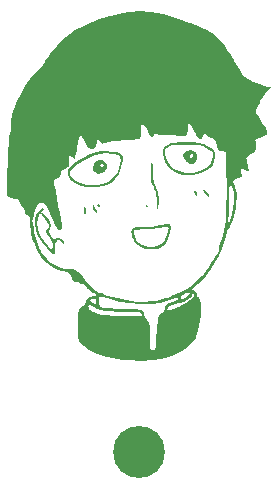
<source format=gbr>
%TF.GenerationSoftware,KiCad,Pcbnew,7.0.7*%
%TF.CreationDate,2024-06-23T03:18:25-04:00*%
%TF.ProjectId,chocV-top,63686f63-562d-4746-9f70-2e6b69636164,rev?*%
%TF.SameCoordinates,Original*%
%TF.FileFunction,Legend,Top*%
%TF.FilePolarity,Positive*%
%FSLAX46Y46*%
G04 Gerber Fmt 4.6, Leading zero omitted, Abs format (unit mm)*
G04 Created by KiCad (PCBNEW 7.0.7) date 2024-06-23 03:18:25*
%MOMM*%
%LPD*%
G01*
G04 APERTURE LIST*
%ADD10C,4.400000*%
%ADD11C,0.700000*%
G04 APERTURE END LIST*
%TO.C,G\u002A\u002A\u002A*%
G36*
X106726491Y-67061289D02*
G01*
X106739702Y-67114328D01*
X106693517Y-67218754D01*
X106588656Y-67199931D01*
X106562786Y-67177513D01*
X106514489Y-67066536D01*
X106593405Y-67003140D01*
X106625970Y-67000597D01*
X106726491Y-67061289D01*
G37*
G36*
X110682388Y-67038508D02*
G01*
X110755317Y-67135441D01*
X110758209Y-67156714D01*
X110700377Y-67226018D01*
X110682388Y-67228060D01*
X110615847Y-67166344D01*
X110606567Y-67109854D01*
X110643325Y-67031375D01*
X110682388Y-67038508D01*
G37*
G36*
X105491763Y-67218549D02*
G01*
X105533723Y-67379458D01*
X105559258Y-67577930D01*
X105560979Y-67756930D01*
X105532260Y-67858679D01*
X105460001Y-67854587D01*
X105422904Y-67795612D01*
X105386612Y-67630514D01*
X105376181Y-67431830D01*
X105390055Y-67255608D01*
X105426679Y-67157896D01*
X105440763Y-67152239D01*
X105491763Y-67218549D01*
G37*
G36*
X114915220Y-65920795D02*
G01*
X114928358Y-65970814D01*
X114954956Y-66137546D01*
X114974381Y-66198277D01*
X114967813Y-66300464D01*
X114907403Y-66318209D01*
X114802097Y-66254092D01*
X114748685Y-66147612D01*
X114708096Y-65963097D01*
X114726271Y-65881726D01*
X114812536Y-65863287D01*
X114814627Y-65863284D01*
X114915220Y-65920795D01*
G37*
G36*
X106260659Y-67138083D02*
G01*
X106352729Y-67286834D01*
X106442801Y-67468303D01*
X106502550Y-67628122D01*
X106512239Y-67685558D01*
X106476634Y-67760612D01*
X106390406Y-67725429D01*
X106284437Y-67597646D01*
X106248813Y-67535109D01*
X106159447Y-67316109D01*
X106136275Y-67151459D01*
X106183567Y-67077481D01*
X106194912Y-67076418D01*
X106260659Y-67138083D01*
G37*
G36*
X115621071Y-65768993D02*
G01*
X115749336Y-65908251D01*
X115877916Y-66080220D01*
X115968864Y-66235707D01*
X115989851Y-66306411D01*
X115955463Y-66388997D01*
X115852383Y-66336521D01*
X115680732Y-66149051D01*
X115667612Y-66132706D01*
X115510249Y-65906821D01*
X115462224Y-65763818D01*
X115526140Y-65711721D01*
X115531067Y-65711642D01*
X115621071Y-65768993D01*
G37*
G36*
X106928417Y-63241429D02*
G01*
X107160163Y-63395658D01*
X107321360Y-63641953D01*
X107334608Y-63896904D01*
X107201002Y-64141223D01*
X107112989Y-64226394D01*
X106836859Y-64384927D01*
X106562343Y-64410295D01*
X106319162Y-64301227D01*
X106275974Y-64262242D01*
X106171057Y-64118620D01*
X106143672Y-63941082D01*
X106157466Y-63789137D01*
X106186404Y-63702388D01*
X106739702Y-63702388D01*
X106802913Y-63795010D01*
X106891343Y-63816120D01*
X107014840Y-63768711D01*
X107042985Y-63702388D01*
X106979774Y-63609766D01*
X106891343Y-63588657D01*
X106767847Y-63636065D01*
X106739702Y-63702388D01*
X106186404Y-63702388D01*
X106255617Y-63494908D01*
X106438070Y-63297211D01*
X106672959Y-63208550D01*
X106928417Y-63241429D01*
G37*
G36*
X114648750Y-62445520D02*
G01*
X114809910Y-62549789D01*
X114856482Y-62604708D01*
X114982921Y-62871672D01*
X114984349Y-63148570D01*
X114862334Y-63389150D01*
X114828696Y-63423798D01*
X114583955Y-63567203D01*
X114323263Y-63563602D01*
X114063038Y-63414140D01*
X114012675Y-63367027D01*
X113833869Y-63108651D01*
X113801240Y-62906269D01*
X114321791Y-62906269D01*
X114375405Y-63032989D01*
X114473433Y-63057911D01*
X114600153Y-63004297D01*
X114625075Y-62906269D01*
X114571461Y-62779549D01*
X114473433Y-62754627D01*
X114346713Y-62808240D01*
X114321791Y-62906269D01*
X113801240Y-62906269D01*
X113793147Y-62856073D01*
X113878648Y-62637707D01*
X114078510Y-62481968D01*
X114380871Y-62417271D01*
X114409299Y-62416879D01*
X114648750Y-62445520D01*
G37*
G36*
X111165072Y-63480121D02*
G01*
X111194641Y-63601924D01*
X111209720Y-63840742D01*
X111213135Y-64133110D01*
X111220739Y-64493648D01*
X111250842Y-64793825D01*
X111314381Y-65080156D01*
X111422292Y-65399154D01*
X111585511Y-65797331D01*
X111627064Y-65893581D01*
X111684804Y-66102084D01*
X111718344Y-66377691D01*
X111728458Y-66680059D01*
X111715921Y-66968846D01*
X111681507Y-67203711D01*
X111625989Y-67344311D01*
X111598834Y-67364867D01*
X111553139Y-67334918D01*
X111529079Y-67195724D01*
X111524693Y-66930422D01*
X111528730Y-66761790D01*
X111533379Y-66429437D01*
X111513493Y-66183842D01*
X111456099Y-65960563D01*
X111348220Y-65695158D01*
X111286752Y-65560000D01*
X111163691Y-65280901D01*
X111086531Y-65057065D01*
X111044641Y-64835042D01*
X111027387Y-64561383D01*
X111024144Y-64239858D01*
X111030892Y-63854416D01*
X111052987Y-63605480D01*
X111092175Y-63478526D01*
X111118358Y-63456376D01*
X111165072Y-63480121D01*
G37*
G36*
X112658360Y-68633607D02*
G01*
X112698442Y-68728405D01*
X112724264Y-68923935D01*
X112729552Y-69078382D01*
X112702956Y-69383065D01*
X112610876Y-69686191D01*
X112483135Y-69961305D01*
X112283650Y-70311342D01*
X112085586Y-70543044D01*
X111849441Y-70681206D01*
X111535711Y-70750621D01*
X111188676Y-70773769D01*
X110851060Y-70777483D01*
X110607231Y-70756009D01*
X110400118Y-70699544D01*
X110175696Y-70599794D01*
X109914109Y-70447722D01*
X109737803Y-70271273D01*
X109588084Y-70015168D01*
X109477895Y-69748793D01*
X109407339Y-69491296D01*
X109393433Y-69368653D01*
X109405866Y-69185972D01*
X109415768Y-69161493D01*
X109582985Y-69161493D01*
X109604428Y-69388955D01*
X109667848Y-69699581D01*
X109784161Y-69992957D01*
X109912547Y-70185075D01*
X110042972Y-70284057D01*
X110251787Y-70407077D01*
X110370674Y-70467871D01*
X110761707Y-70590631D01*
X111190586Y-70618024D01*
X111603101Y-70552327D01*
X111935790Y-70402175D01*
X112166038Y-70165778D01*
X112360959Y-69802971D01*
X112508592Y-69337175D01*
X112530651Y-69237314D01*
X112553632Y-69014100D01*
X112495115Y-68898934D01*
X112338046Y-68880609D01*
X112082196Y-68942633D01*
X111857099Y-68991827D01*
X111520589Y-69039117D01*
X111112871Y-69079804D01*
X110674148Y-69109191D01*
X110644478Y-69110647D01*
X109582985Y-69161493D01*
X109415768Y-69161493D01*
X109457957Y-69057196D01*
X109571892Y-68973074D01*
X109769855Y-68924355D01*
X110074034Y-68901789D01*
X110506614Y-68896125D01*
X110526724Y-68896120D01*
X111052424Y-68885301D01*
X111477506Y-68849435D01*
X111851680Y-68783403D01*
X112015277Y-68742864D01*
X112294941Y-68675506D01*
X112519230Y-68635498D01*
X112647395Y-68629762D01*
X112658360Y-68633607D01*
G37*
G36*
X107751470Y-62539661D02*
G01*
X108161597Y-62604957D01*
X108440069Y-62689652D01*
X108606849Y-62810467D01*
X108681899Y-62984122D01*
X108685183Y-63227339D01*
X108675514Y-63313638D01*
X108548971Y-63883426D01*
X108332130Y-64407248D01*
X108042502Y-64852131D01*
X107697596Y-65185099D01*
X107672120Y-65203166D01*
X107366393Y-65352177D01*
X106955449Y-65464964D01*
X106482480Y-65536465D01*
X105990675Y-65561616D01*
X105523223Y-65535355D01*
X105248455Y-65487265D01*
X104956621Y-65380721D01*
X104636910Y-65208278D01*
X104349333Y-65006447D01*
X104167336Y-64829530D01*
X104039442Y-64560836D01*
X104010149Y-64336859D01*
X104010972Y-64332775D01*
X104161791Y-64332775D01*
X104231617Y-64550172D01*
X104426010Y-64780147D01*
X104722345Y-64998818D01*
X104870614Y-65080962D01*
X105303784Y-65273951D01*
X105697816Y-65380018D01*
X106101371Y-65404177D01*
X106563106Y-65351441D01*
X106876560Y-65287639D01*
X107381628Y-65116623D01*
X107778888Y-64848404D01*
X108088620Y-64466948D01*
X108217677Y-64227316D01*
X108351193Y-63887815D01*
X108438593Y-63548570D01*
X108473931Y-63248127D01*
X108451259Y-63025030D01*
X108414408Y-62952188D01*
X108266162Y-62857664D01*
X108008588Y-62771998D01*
X107683999Y-62704753D01*
X107334706Y-62665490D01*
X107119047Y-62659448D01*
X106720080Y-62704438D01*
X106280285Y-62836128D01*
X105777157Y-63062769D01*
X105299105Y-63326689D01*
X104880594Y-63592330D01*
X104543055Y-63846573D01*
X104303003Y-64074807D01*
X104176954Y-64262421D01*
X104161791Y-64332775D01*
X104010972Y-64332775D01*
X104066989Y-64054848D01*
X104243180Y-63780972D01*
X104547227Y-63506871D01*
X104987638Y-63224190D01*
X105325274Y-63044778D01*
X105890899Y-62783087D01*
X106381981Y-62611128D01*
X106839476Y-62520373D01*
X107304343Y-62502295D01*
X107751470Y-62539661D01*
G37*
G36*
X114627173Y-61765833D02*
G01*
X115118214Y-61812294D01*
X115512499Y-61897606D01*
X115836430Y-62028668D01*
X116116408Y-62212379D01*
X116261849Y-62338949D01*
X116412863Y-62489607D01*
X116488335Y-62612409D01*
X116506508Y-62764936D01*
X116485622Y-63004773D01*
X116482221Y-63034610D01*
X116412892Y-63396445D01*
X116281602Y-63667317D01*
X116058707Y-63890033D01*
X115754861Y-64084918D01*
X115302184Y-64323072D01*
X114921882Y-64475154D01*
X114568284Y-64550279D01*
X114195720Y-64557562D01*
X113758519Y-64506119D01*
X113696002Y-64495837D01*
X113272406Y-64364269D01*
X112860071Y-64131409D01*
X112516682Y-63833024D01*
X112406622Y-63696378D01*
X112259498Y-63420365D01*
X112148054Y-63084931D01*
X112082419Y-62740128D01*
X112076586Y-62557215D01*
X112225707Y-62557215D01*
X112246263Y-62792537D01*
X112375136Y-63260995D01*
X112632630Y-63668260D01*
X113001145Y-63993322D01*
X113428290Y-64203518D01*
X114019123Y-64337023D01*
X114599208Y-64321991D01*
X115182159Y-64157627D01*
X115331387Y-64092434D01*
X115723039Y-63890500D01*
X115990738Y-63698182D01*
X116157851Y-63489154D01*
X116247747Y-63237090D01*
X116276713Y-63027448D01*
X116291260Y-62787968D01*
X116266523Y-62640607D01*
X116175864Y-62526370D01*
X115992645Y-62386263D01*
X115984553Y-62380401D01*
X115716608Y-62210694D01*
X115432797Y-62088513D01*
X115103966Y-62008091D01*
X114700959Y-61963662D01*
X114194620Y-61949457D01*
X113824467Y-61953133D01*
X113379485Y-61964905D01*
X113058014Y-61982422D01*
X112831941Y-62009237D01*
X112673153Y-62048907D01*
X112553535Y-62104985D01*
X112535512Y-62116126D01*
X112344595Y-62251787D01*
X112249043Y-62380772D01*
X112225707Y-62557215D01*
X112076586Y-62557215D01*
X112072720Y-62436008D01*
X112114146Y-62250912D01*
X112244120Y-62097091D01*
X112470241Y-61947034D01*
X112553820Y-61906672D01*
X112716300Y-61843306D01*
X112889075Y-61799481D01*
X113103794Y-61771830D01*
X113392101Y-61756983D01*
X113785645Y-61751571D01*
X114012976Y-61751325D01*
X114627173Y-61765833D01*
G37*
G36*
X101948497Y-67328840D02*
G01*
X101962985Y-67384597D01*
X101909647Y-67481643D01*
X101777594Y-67620116D01*
X101739276Y-67653551D01*
X101544936Y-67890919D01*
X101443837Y-68206939D01*
X101432988Y-68618269D01*
X101489938Y-69041614D01*
X101589884Y-69444153D01*
X101741583Y-69794168D01*
X101969242Y-70134424D01*
X102297066Y-70507688D01*
X102351947Y-70564617D01*
X102683284Y-70905373D01*
X102721194Y-70564179D01*
X102732263Y-70357756D01*
X102697491Y-70193360D01*
X102597141Y-70013223D01*
X102475103Y-69843881D01*
X102271838Y-69523546D01*
X102197693Y-69278233D01*
X102252952Y-69109333D01*
X102314522Y-69061682D01*
X102407493Y-68932955D01*
X102396017Y-68730702D01*
X102289107Y-68482000D01*
X102095777Y-68213929D01*
X101997115Y-68108191D01*
X101824206Y-67909082D01*
X101745284Y-67766627D01*
X101755919Y-67699008D01*
X101851686Y-67724402D01*
X102028155Y-67860989D01*
X102051911Y-67883210D01*
X102305720Y-68180387D01*
X102477042Y-68496703D01*
X102556338Y-68801005D01*
X102534067Y-69062139D01*
X102455174Y-69200118D01*
X102396728Y-69287850D01*
X102405607Y-69384775D01*
X102493052Y-69534399D01*
X102569381Y-69642059D01*
X102742530Y-69857671D01*
X102865445Y-69947692D01*
X102955649Y-69922193D01*
X102986567Y-69881791D01*
X103104778Y-69813266D01*
X103280145Y-69834685D01*
X103468149Y-69923487D01*
X103624272Y-70057111D01*
X103703997Y-70212996D01*
X103706866Y-70246827D01*
X103670375Y-70331815D01*
X103578053Y-70298880D01*
X103455622Y-70157944D01*
X103448465Y-70147164D01*
X103319804Y-69992952D01*
X103202675Y-69974879D01*
X103067804Y-70076759D01*
X102995072Y-70210470D01*
X102957189Y-70445791D01*
X102948657Y-70721237D01*
X102937059Y-71024124D01*
X102903855Y-71202905D01*
X102864992Y-71246567D01*
X102778603Y-71195922D01*
X102614241Y-71059687D01*
X102399213Y-70861417D01*
X102256232Y-70721471D01*
X101834891Y-70230184D01*
X101519169Y-69714294D01*
X101313119Y-69192361D01*
X101220794Y-68682945D01*
X101246246Y-68204606D01*
X101393528Y-67775901D01*
X101559226Y-67529417D01*
X101719353Y-67377310D01*
X101860048Y-67306527D01*
X101948497Y-67328840D01*
G37*
G36*
X111088733Y-50702553D02*
G01*
X112043072Y-50851930D01*
X112939611Y-51099765D01*
X113462266Y-51307078D01*
X113709753Y-51409696D01*
X114040447Y-51534454D01*
X114392785Y-51658348D01*
X114481675Y-51688020D01*
X115201935Y-51953506D01*
X115784896Y-52231980D01*
X116244797Y-52530765D01*
X116437809Y-52694504D01*
X116634703Y-52871953D01*
X116794335Y-53003754D01*
X116874127Y-53057009D01*
X116967179Y-53139889D01*
X117116944Y-53325955D01*
X117304523Y-53586946D01*
X117511016Y-53894601D01*
X117717524Y-54220660D01*
X117905150Y-54536862D01*
X118054993Y-54814946D01*
X118069852Y-54845055D01*
X118229753Y-55142563D01*
X118402778Y-55416946D01*
X118553718Y-55612776D01*
X118565191Y-55624834D01*
X118706436Y-55783599D01*
X118787584Y-55902461D01*
X118795224Y-55927452D01*
X118856896Y-56037877D01*
X119017146Y-56189188D01*
X119238822Y-56354643D01*
X119484774Y-56507505D01*
X119717851Y-56621033D01*
X119797747Y-56649025D01*
X120029135Y-56723878D01*
X120205738Y-56791923D01*
X120255985Y-56817300D01*
X120466061Y-56917548D01*
X120738667Y-57007260D01*
X120991963Y-57061297D01*
X121069851Y-57067295D01*
X121259403Y-57068813D01*
X121062072Y-57239033D01*
X120890006Y-57414095D01*
X120702074Y-57645629D01*
X120525585Y-57894361D01*
X120387851Y-58121012D01*
X120316179Y-58286305D01*
X120311642Y-58318318D01*
X120265164Y-58458946D01*
X120150515Y-58638870D01*
X120122090Y-58674126D01*
X120018325Y-58808652D01*
X119955438Y-58935065D01*
X119940182Y-59072409D01*
X119979312Y-59239732D01*
X120079581Y-59456078D01*
X120247744Y-59740494D01*
X120490554Y-60112026D01*
X120786966Y-60549039D01*
X120878173Y-60751939D01*
X120900697Y-60934925D01*
X120863188Y-61054301D01*
X120757940Y-61144823D01*
X120549851Y-61232752D01*
X120463284Y-61262168D01*
X120233547Y-61348094D01*
X120071584Y-61427618D01*
X120020838Y-61471148D01*
X119948971Y-61510510D01*
X119930553Y-61502356D01*
X119900908Y-61541010D01*
X119906007Y-61686391D01*
X119915330Y-61748301D01*
X119963200Y-62112601D01*
X119955241Y-62358105D01*
X119888697Y-62508068D01*
X119818806Y-62562227D01*
X119483578Y-62740956D01*
X119264729Y-62869758D01*
X119142982Y-62966468D01*
X119099056Y-63048922D01*
X119113672Y-63134954D01*
X119139756Y-63190407D01*
X119211532Y-63384718D01*
X119269154Y-63637831D01*
X119304567Y-63895462D01*
X119309718Y-64103323D01*
X119288691Y-64194203D01*
X119189786Y-64217273D01*
X118993470Y-64124766D01*
X118988779Y-64121877D01*
X118816996Y-64022701D01*
X118704076Y-63970243D01*
X118691498Y-63967761D01*
X118651110Y-64030540D01*
X118644760Y-64176559D01*
X118668155Y-64342341D01*
X118716998Y-64464410D01*
X118725793Y-64474569D01*
X118734254Y-64566904D01*
X118641700Y-64675056D01*
X118490251Y-64764769D01*
X118323428Y-64801791D01*
X118209693Y-64837061D01*
X118188657Y-64877612D01*
X118127245Y-64944879D01*
X118074926Y-64953433D01*
X117970484Y-64999661D01*
X117989297Y-65104502D01*
X118011507Y-65130114D01*
X118063337Y-65224633D01*
X118143506Y-65414724D01*
X118205303Y-65578721D01*
X118273137Y-65820280D01*
X118308669Y-66096235D01*
X118311544Y-66431920D01*
X118281407Y-66852673D01*
X118217903Y-67383828D01*
X118175821Y-67682985D01*
X118104155Y-68016771D01*
X117991865Y-68364106D01*
X117856067Y-68684785D01*
X117713875Y-68938605D01*
X117582406Y-69085364D01*
X117577442Y-69088544D01*
X117518107Y-69192628D01*
X117506269Y-69282523D01*
X117479871Y-69449165D01*
X117408576Y-69720843D01*
X117304235Y-70061971D01*
X117178694Y-70436959D01*
X117043804Y-70810221D01*
X116911413Y-71146169D01*
X116808436Y-71378427D01*
X116507697Y-71917839D01*
X116117683Y-72490996D01*
X115675912Y-73048460D01*
X115219900Y-73540796D01*
X115036564Y-73713215D01*
X114772436Y-73955502D01*
X114614297Y-74117565D01*
X114550138Y-74214428D01*
X114567949Y-74261110D01*
X114592556Y-74268607D01*
X114818957Y-74365995D01*
X114921720Y-74550796D01*
X114928358Y-74629881D01*
X114968345Y-74773757D01*
X115038526Y-74810149D01*
X115135669Y-74881022D01*
X115217803Y-75074186D01*
X115277072Y-75360459D01*
X115305620Y-75710659D01*
X115307040Y-75807632D01*
X115290993Y-76073053D01*
X115247131Y-76429178D01*
X115182486Y-76839048D01*
X115104091Y-77265703D01*
X115018977Y-77672185D01*
X114934177Y-78021536D01*
X114856724Y-78276795D01*
X114821192Y-78361037D01*
X114620381Y-78639576D01*
X114306763Y-78942366D01*
X113911824Y-79247029D01*
X113467051Y-79531189D01*
X113003931Y-79772469D01*
X112615821Y-79928329D01*
X111915845Y-80108592D01*
X111110613Y-80217987D01*
X110229778Y-80254882D01*
X109302998Y-80217646D01*
X108644204Y-80146791D01*
X107771956Y-79999361D01*
X106995743Y-79808912D01*
X106325789Y-79579776D01*
X105772317Y-79316288D01*
X105345549Y-79022779D01*
X105055709Y-78703584D01*
X104995332Y-78600236D01*
X104933043Y-78458725D01*
X104890685Y-78301040D01*
X104864871Y-78095925D01*
X104852214Y-77812125D01*
X104849329Y-77418382D01*
X104849948Y-77258394D01*
X104860115Y-76722930D01*
X104887538Y-76317420D01*
X104937654Y-76020638D01*
X105015898Y-75811358D01*
X105127707Y-75668353D01*
X105228217Y-75603069D01*
X105760174Y-75603069D01*
X105767949Y-75701045D01*
X105811518Y-75838691D01*
X105927661Y-75957964D01*
X106148791Y-76089890D01*
X106203596Y-76118060D01*
X106578136Y-76267035D01*
X106929608Y-76334146D01*
X106961805Y-76335538D01*
X107232802Y-76354365D01*
X107481253Y-76390219D01*
X107535821Y-76402388D01*
X107678270Y-76421423D01*
X107927456Y-76437855D01*
X108254542Y-76451343D01*
X108630693Y-76461542D01*
X109027072Y-76468110D01*
X109414844Y-76470703D01*
X109765173Y-76468979D01*
X110049223Y-76462595D01*
X110238157Y-76451207D01*
X110303284Y-76435314D01*
X110271423Y-76341498D01*
X110223781Y-76243867D01*
X110183303Y-76186921D01*
X110116919Y-76146991D01*
X110000658Y-76121352D01*
X109810547Y-76107278D01*
X109522613Y-76102041D01*
X109112884Y-76102916D01*
X108991692Y-76103747D01*
X108279875Y-76099411D01*
X107696655Y-76072904D01*
X107220194Y-76021174D01*
X106828656Y-75941170D01*
X106500206Y-75829840D01*
X106284776Y-75725408D01*
X106017931Y-75582499D01*
X105857670Y-75515232D01*
X105779811Y-75522469D01*
X105760174Y-75603069D01*
X105228217Y-75603069D01*
X105278519Y-75570396D01*
X105282799Y-75568358D01*
X105466934Y-75436602D01*
X105526087Y-75302985D01*
X105553392Y-75142804D01*
X105925009Y-75142804D01*
X105942198Y-75245997D01*
X106106279Y-75362436D01*
X106114179Y-75366626D01*
X106306267Y-75458386D01*
X106401431Y-75458649D01*
X106433454Y-75352791D01*
X106436418Y-75227164D01*
X106429498Y-75184812D01*
X106663881Y-75184812D01*
X106668999Y-75443323D01*
X106695107Y-75592509D01*
X106758330Y-75674609D01*
X106872388Y-75730903D01*
X107010941Y-75758149D01*
X107274079Y-75785149D01*
X107634757Y-75810073D01*
X108065926Y-75831090D01*
X108540539Y-75846367D01*
X108597314Y-75847688D01*
X109072823Y-75862013D01*
X109503780Y-75882003D01*
X109864231Y-75905896D01*
X110128219Y-75931934D01*
X110269790Y-75958356D01*
X110277620Y-75961615D01*
X110419286Y-76105043D01*
X110489145Y-76295647D01*
X110571140Y-76522612D01*
X110712069Y-76756014D01*
X110742271Y-76794011D01*
X110823508Y-76895959D01*
X110879963Y-76994672D01*
X110916212Y-77119027D01*
X110936833Y-77297904D01*
X110946403Y-77560180D01*
X110949497Y-77934734D01*
X110949910Y-78104153D01*
X110954726Y-78496491D01*
X110966459Y-78837832D01*
X110983503Y-79097799D01*
X111004252Y-79246016D01*
X111011251Y-79264627D01*
X111138677Y-79350827D01*
X111297074Y-79334453D01*
X111410684Y-79226717D01*
X111445408Y-79081231D01*
X111470509Y-78843302D01*
X111478896Y-78639105D01*
X111492621Y-78213074D01*
X111520584Y-77770070D01*
X111559264Y-77343053D01*
X111605141Y-76964978D01*
X111654697Y-76668805D01*
X111704410Y-76487491D01*
X111709961Y-76475528D01*
X111852220Y-76292793D01*
X112002785Y-76178387D01*
X112161146Y-76034283D01*
X112198806Y-75858830D01*
X112200273Y-75852936D01*
X112426269Y-75852936D01*
X112490318Y-75926894D01*
X112675859Y-75926709D01*
X112972987Y-75853929D01*
X113371794Y-75710101D01*
X113391817Y-75702045D01*
X113715828Y-75546635D01*
X114035199Y-75351425D01*
X114320826Y-75139269D01*
X114543603Y-74933020D01*
X114674424Y-74755533D01*
X114696664Y-74677463D01*
X114671476Y-74544438D01*
X114625075Y-74506866D01*
X114556843Y-74567851D01*
X114549254Y-74614765D01*
X114485976Y-74767746D01*
X114323168Y-74944982D01*
X114101369Y-75112623D01*
X113861120Y-75236822D01*
X113768107Y-75266968D01*
X113542813Y-75328292D01*
X113368816Y-75382014D01*
X113336120Y-75394002D01*
X113209812Y-75439931D01*
X113066084Y-75477006D01*
X112855666Y-75519401D01*
X112598345Y-75610266D01*
X112451192Y-75753044D01*
X112426269Y-75852936D01*
X112200273Y-75852936D01*
X112245082Y-75672908D01*
X112356851Y-75486560D01*
X112493531Y-75358788D01*
X112558955Y-75335261D01*
X112866110Y-75281770D01*
X113121048Y-75195080D01*
X113288602Y-75090291D01*
X113336120Y-75001578D01*
X113316555Y-74922331D01*
X113242648Y-74895605D01*
X113091580Y-74924557D01*
X112840533Y-75012348D01*
X112615821Y-75101289D01*
X111893598Y-75322758D01*
X111079670Y-75445635D01*
X110198336Y-75468992D01*
X109273896Y-75391900D01*
X108521493Y-75257690D01*
X108124513Y-75163532D01*
X107700852Y-75052455D01*
X107296281Y-74937381D01*
X106956574Y-74831234D01*
X106758657Y-74759974D01*
X106703282Y-74781700D01*
X106673113Y-74915692D01*
X106663882Y-75181075D01*
X106663881Y-75184812D01*
X106429498Y-75184812D01*
X106404083Y-75029271D01*
X106299216Y-74959170D01*
X106110027Y-75011125D01*
X106052329Y-75040280D01*
X105925009Y-75142804D01*
X105553392Y-75142804D01*
X105554823Y-75134412D01*
X105584594Y-75067147D01*
X105712510Y-74956304D01*
X105920677Y-74842770D01*
X106141766Y-74758722D01*
X106281011Y-74734328D01*
X106414470Y-74708738D01*
X106411422Y-74639656D01*
X106276665Y-74538618D01*
X106178436Y-74487750D01*
X105974810Y-74352656D01*
X105757399Y-74152899D01*
X105672218Y-74055830D01*
X105480329Y-73852922D01*
X105334632Y-73783059D01*
X105293712Y-73788279D01*
X105144460Y-73771269D01*
X105029345Y-73695528D01*
X104855672Y-73599138D01*
X104716865Y-73584808D01*
X104584978Y-73570530D01*
X104481171Y-73464421D01*
X104404904Y-73318271D01*
X104256836Y-73015383D01*
X104134394Y-72827617D01*
X104009668Y-72728217D01*
X103854743Y-72690427D01*
X103745493Y-72686208D01*
X103491087Y-72647016D01*
X103170416Y-72524482D01*
X102855581Y-72363969D01*
X102259283Y-71954993D01*
X101771205Y-71445358D01*
X101401957Y-70846879D01*
X101314309Y-70647728D01*
X101197703Y-70365728D01*
X101088556Y-70115210D01*
X101013440Y-69956364D01*
X100962234Y-69795874D01*
X100908316Y-69526689D01*
X100857308Y-69191525D01*
X100814834Y-68833099D01*
X100786517Y-68494129D01*
X100785076Y-68447397D01*
X101015805Y-68447397D01*
X101025493Y-68615503D01*
X101049055Y-68695838D01*
X101109897Y-68927079D01*
X101128955Y-69107391D01*
X101156533Y-69309262D01*
X101229915Y-69608176D01*
X101335074Y-69961836D01*
X101457985Y-70327947D01*
X101584621Y-70664210D01*
X101700955Y-70928331D01*
X101775492Y-71057015D01*
X101951818Y-71278135D01*
X102140807Y-71494059D01*
X102143452Y-71496892D01*
X102271736Y-71647715D01*
X102339110Y-71753543D01*
X102342090Y-71766617D01*
X102404527Y-71825333D01*
X102571572Y-71933985D01*
X102812825Y-72073454D01*
X102938699Y-72141815D01*
X103257740Y-72303442D01*
X103500643Y-72399788D01*
X103719447Y-72446605D01*
X103966190Y-72459646D01*
X103988878Y-72459702D01*
X104389959Y-72481342D01*
X104684016Y-72557701D01*
X104910938Y-72705933D01*
X105109552Y-72941662D01*
X105447745Y-73393801D01*
X105791673Y-73790738D01*
X106123475Y-74115924D01*
X106425291Y-74352809D01*
X106679258Y-74484845D01*
X106798852Y-74506866D01*
X106955597Y-74540495D01*
X107008866Y-74572940D01*
X107141849Y-74641342D01*
X107405289Y-74730254D01*
X107780228Y-74834303D01*
X108247707Y-74948113D01*
X108635224Y-75033995D01*
X109329002Y-75164964D01*
X109931969Y-75236925D01*
X110492075Y-75252030D01*
X111057272Y-75212430D01*
X111440597Y-75159879D01*
X111836909Y-75076712D01*
X112266864Y-74954869D01*
X112433519Y-74894690D01*
X113563582Y-74894690D01*
X113612942Y-75013444D01*
X113741919Y-75031362D01*
X113921863Y-74953781D01*
X114119116Y-74791194D01*
X114359702Y-74544776D01*
X114155569Y-74521207D01*
X113936648Y-74545988D01*
X113732225Y-74646938D01*
X113593791Y-74791571D01*
X113563582Y-74894690D01*
X112433519Y-74894690D01*
X112640116Y-74820088D01*
X112653732Y-74814302D01*
X112938948Y-74694205D01*
X113183987Y-74594811D01*
X113344519Y-74534006D01*
X113364796Y-74527370D01*
X113615481Y-74416238D01*
X113942756Y-74220596D01*
X114315679Y-73962856D01*
X114703309Y-73665432D01*
X115074703Y-73350736D01*
X115355464Y-73085446D01*
X115499097Y-72917530D01*
X115698208Y-72654098D01*
X115929512Y-72329218D01*
X116169726Y-71976955D01*
X116395564Y-71631379D01*
X116583742Y-71326555D01*
X116700424Y-71117646D01*
X116785067Y-70915153D01*
X116824962Y-70748815D01*
X116825377Y-70738541D01*
X116850656Y-70608499D01*
X116916914Y-70377546D01*
X117011951Y-70086784D01*
X117057193Y-69957612D01*
X117164785Y-69615067D01*
X117253197Y-69235106D01*
X117323658Y-68802103D01*
X117361159Y-68452026D01*
X117592061Y-68452026D01*
X117598496Y-68578198D01*
X117606867Y-68592836D01*
X117670812Y-68532922D01*
X117759619Y-68388388D01*
X117761725Y-68384328D01*
X117837141Y-68167223D01*
X117912437Y-67816010D01*
X117984683Y-67348196D01*
X118050945Y-66781291D01*
X118078557Y-66492634D01*
X118098590Y-66181750D01*
X118085011Y-65954772D01*
X118028027Y-65745847D01*
X117934789Y-65525918D01*
X117830247Y-65305135D01*
X117751466Y-65152748D01*
X117718971Y-65105075D01*
X117710629Y-65176413D01*
X117703426Y-65372503D01*
X117697973Y-65666452D01*
X117694880Y-66031371D01*
X117694447Y-66185522D01*
X117688850Y-66648277D01*
X117674576Y-67125750D01*
X117653737Y-67563864D01*
X117628442Y-67908543D01*
X117626396Y-67929403D01*
X117601694Y-68224437D01*
X117592061Y-68452026D01*
X117361159Y-68452026D01*
X117377398Y-68300430D01*
X117415648Y-67714460D01*
X117439639Y-67028565D01*
X117450600Y-66227119D01*
X117449763Y-65294493D01*
X117447513Y-65000000D01*
X117441082Y-64417721D01*
X117432797Y-63884034D01*
X117423141Y-63417892D01*
X117412597Y-63038246D01*
X117401648Y-62764050D01*
X117390777Y-62614255D01*
X117386172Y-62592686D01*
X117288113Y-62544331D01*
X117137181Y-62527164D01*
X116866717Y-62471629D01*
X116700152Y-62305690D01*
X116638745Y-62038135D01*
X116576727Y-61761183D01*
X116431504Y-61538063D01*
X116234021Y-61407876D01*
X116125667Y-61389851D01*
X115936329Y-61315258D01*
X115809259Y-61157139D01*
X115714755Y-61010464D01*
X115645986Y-60975073D01*
X115571675Y-61059670D01*
X115471422Y-61251165D01*
X115335020Y-61451268D01*
X115195251Y-61505092D01*
X115047568Y-61411343D01*
X114887427Y-61168729D01*
X114838324Y-61071003D01*
X114681945Y-60773021D01*
X114504107Y-60474444D01*
X114400544Y-60320374D01*
X114170149Y-60002323D01*
X114170149Y-60535161D01*
X114165992Y-60817572D01*
X114138601Y-61014579D01*
X114065604Y-61138504D01*
X113924625Y-61201668D01*
X113693289Y-61216392D01*
X113349221Y-61194997D01*
X113026623Y-61164868D01*
X112637135Y-61131468D01*
X112273705Y-61107728D01*
X111979186Y-61096007D01*
X111807232Y-61097769D01*
X111559226Y-61084573D01*
X111441470Y-61012158D01*
X111381249Y-60964547D01*
X111314649Y-61042511D01*
X111281994Y-61109477D01*
X111187866Y-61255819D01*
X111098213Y-61314030D01*
X111027124Y-61250479D01*
X110910365Y-61079721D01*
X110767171Y-60831598D01*
X110680815Y-60666435D01*
X110509210Y-60345874D01*
X110384744Y-60165451D01*
X110300717Y-60123541D01*
X110250425Y-60218521D01*
X110227167Y-60448767D01*
X110224254Y-60555821D01*
X110207559Y-60852787D01*
X110173419Y-61150011D01*
X110165182Y-61200299D01*
X110111640Y-61503582D01*
X109202835Y-61552430D01*
X108741881Y-61584217D01*
X108283576Y-61628248D01*
X107855390Y-61680592D01*
X107484791Y-61737320D01*
X107199246Y-61794500D01*
X107026224Y-61848201D01*
X106993983Y-61868505D01*
X106913964Y-61853884D01*
X106784094Y-61745292D01*
X106724550Y-61678734D01*
X106595469Y-61529722D01*
X106534459Y-61490238D01*
X106515719Y-61550719D01*
X106514279Y-61600794D01*
X106471824Y-61850631D01*
X106368514Y-62093615D01*
X106232115Y-62275690D01*
X106136344Y-62336593D01*
X105964515Y-62334828D01*
X105778038Y-62259525D01*
X105637763Y-62142998D01*
X105599532Y-62051536D01*
X105563884Y-61921438D01*
X105477672Y-61723600D01*
X105364489Y-61502241D01*
X105247928Y-61301582D01*
X105151581Y-61165841D01*
X105109552Y-61133174D01*
X105028337Y-61200592D01*
X104945194Y-61411355D01*
X104862405Y-61757225D01*
X104782255Y-62229966D01*
X104758438Y-62399973D01*
X104710257Y-62711722D01*
X104660176Y-62957674D01*
X104615462Y-63105514D01*
X104593433Y-63133731D01*
X104492602Y-63090809D01*
X104340440Y-62987031D01*
X104334122Y-62982090D01*
X104186875Y-62877145D01*
X104094180Y-62830584D01*
X104091908Y-62830448D01*
X104072516Y-62898916D01*
X104071648Y-63077056D01*
X104086196Y-63287731D01*
X104103129Y-63539707D01*
X104102637Y-63728880D01*
X104088988Y-63803441D01*
X103997715Y-63864139D01*
X103818388Y-63945834D01*
X103744776Y-63974402D01*
X103550769Y-64060136D01*
X103458398Y-64163363D01*
X103423188Y-64342154D01*
X103418471Y-64400453D01*
X103385242Y-64614886D01*
X103305938Y-64732184D01*
X103191008Y-64791206D01*
X102957960Y-64890873D01*
X102845327Y-64988753D01*
X102827822Y-65125077D01*
X102869344Y-65302951D01*
X102920026Y-65514932D01*
X102980862Y-65821522D01*
X103041069Y-66167140D01*
X103058964Y-66280299D01*
X103110451Y-66602511D01*
X103158514Y-66880815D01*
X103195427Y-67071304D01*
X103205683Y-67114328D01*
X103360794Y-67732120D01*
X103459646Y-68253737D01*
X103501791Y-68670136D01*
X103486784Y-68972271D01*
X103414179Y-69151098D01*
X103308578Y-69199403D01*
X103187493Y-69151988D01*
X103054115Y-69001715D01*
X102901064Y-68736541D01*
X102720956Y-68344422D01*
X102591164Y-68029019D01*
X102394751Y-67563758D01*
X102225828Y-67229124D01*
X102073200Y-67009120D01*
X101925672Y-66887748D01*
X101772049Y-66849012D01*
X101765379Y-66848955D01*
X101586709Y-66912574D01*
X101422614Y-67107968D01*
X101268906Y-67441940D01*
X101133504Y-67875827D01*
X101050493Y-68213618D01*
X101015805Y-68447397D01*
X100785076Y-68447397D01*
X100777982Y-68217331D01*
X100779040Y-68175821D01*
X100759103Y-68006620D01*
X100685004Y-67969974D01*
X100523049Y-67937995D01*
X100410574Y-67787016D01*
X100370746Y-67559970D01*
X100342617Y-67364570D01*
X100260572Y-67303881D01*
X100155400Y-67233836D01*
X100034380Y-67040480D01*
X99912482Y-66748977D01*
X99888408Y-66678358D01*
X99794095Y-66578215D01*
X99585002Y-66545714D01*
X99574339Y-66545672D01*
X99276490Y-66491576D01*
X99014264Y-66349946D01*
X98857461Y-66172421D01*
X98838278Y-66054571D01*
X98830133Y-65809262D01*
X98832961Y-65460268D01*
X98846700Y-65031364D01*
X98861312Y-64723606D01*
X98888500Y-64195660D01*
X98916134Y-63630720D01*
X98941635Y-63083415D01*
X98962420Y-62608372D01*
X98969531Y-62433165D01*
X98992664Y-62016675D01*
X99027130Y-61609828D01*
X99068148Y-61261019D01*
X99108135Y-61030478D01*
X99165415Y-60710521D01*
X99209460Y-60334134D01*
X99226997Y-60065267D01*
X99240822Y-59793683D01*
X99259886Y-59583907D01*
X99280136Y-59480169D01*
X99280726Y-59479147D01*
X99317495Y-59384296D01*
X99384550Y-59181568D01*
X99469597Y-58908627D01*
X99501760Y-58802073D01*
X99709415Y-58251202D01*
X100010617Y-57644737D01*
X100380643Y-57021990D01*
X100794772Y-56422275D01*
X101228280Y-55884905D01*
X101545831Y-55551642D01*
X101741770Y-55348887D01*
X101894470Y-55164301D01*
X101962594Y-55054296D01*
X102041245Y-54914326D01*
X102193136Y-54689001D01*
X102394724Y-54409706D01*
X102622465Y-54107829D01*
X102852819Y-53814753D01*
X103062241Y-53561866D01*
X103186458Y-53422706D01*
X103849793Y-52818097D01*
X104650466Y-52269819D01*
X105589712Y-51777188D01*
X106668765Y-51339518D01*
X107346269Y-51114557D01*
X107463662Y-51082109D01*
X107692190Y-51021810D01*
X107995988Y-50943050D01*
X108256120Y-50876374D01*
X109157535Y-50711655D01*
X110114313Y-50654755D01*
X111088733Y-50702553D01*
G37*
%TD*%
D10*
%TO.C,*%
X110000000Y-88000000D03*
%TD*%
%LPC*%
D11*
%TO.C,H1*%
X94350000Y-93000000D03*
X94833274Y-91833274D03*
X94833274Y-94166726D03*
X96000000Y-91350000D03*
D10*
X96000000Y-93000000D03*
D11*
X96000000Y-94650000D03*
X97166726Y-91833274D03*
X97166726Y-94166726D03*
X97650000Y-93000000D03*
%TD*%
%TO.C,H2*%
X121350000Y-74000000D03*
X121833274Y-72833274D03*
X121833274Y-75166726D03*
X123000000Y-72350000D03*
D10*
X123000000Y-74000000D03*
D11*
X123000000Y-75650000D03*
X124166726Y-72833274D03*
X124166726Y-75166726D03*
X124650000Y-74000000D03*
%TD*%
%TO.C,H4*%
X95350000Y-74100000D03*
X95833274Y-72933274D03*
X95833274Y-75266726D03*
X97000000Y-72450000D03*
D10*
X97000000Y-74100000D03*
D11*
X97000000Y-75750000D03*
X98166726Y-72933274D03*
X98166726Y-75266726D03*
X98650000Y-74100000D03*
%TD*%
%TO.C,H6*%
X122350000Y-93000000D03*
X122833274Y-91833274D03*
X122833274Y-94166726D03*
X124000000Y-91350000D03*
D10*
X124000000Y-93000000D03*
D11*
X124000000Y-94650000D03*
X125166726Y-91833274D03*
X125166726Y-94166726D03*
X125650000Y-93000000D03*
%TD*%
%LPD*%
M02*

</source>
